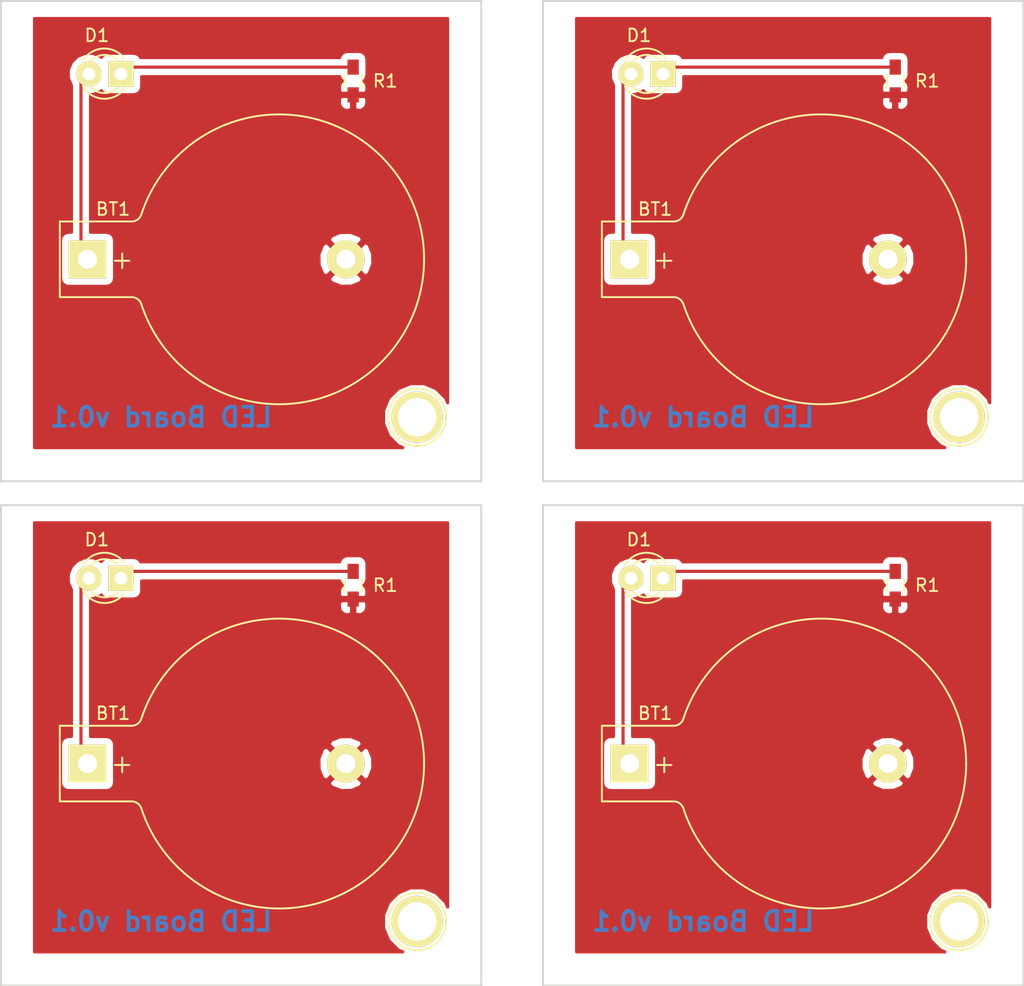
<source format=kicad_pcb>
(kicad_pcb (version 20160815) (host pcbnew no-vcs-found-undefined)

  (general
    (links 3)
    (no_connects 0)
    (area 121.844999 68.504999 160.095001 106.755001)
    (thickness 1.6)
    (drawings 5)
    (tracks 11)
    (zones 0)
    (modules 4)
    (nets 4)
  )

  (page A4)
  (title_block
    (title "LED Board")
    (rev 0.1)
    (company "Amitesh Singh")
  )

  (layers
    (0 F.Cu signal)
    (31 B.Cu signal)
    (32 B.Adhes user)
    (33 F.Adhes user)
    (34 B.Paste user)
    (35 F.Paste user)
    (36 B.SilkS user)
    (37 F.SilkS user)
    (38 B.Mask user)
    (39 F.Mask user)
    (40 Dwgs.User user)
    (41 Cmts.User user)
    (42 Eco1.User user)
    (43 Eco2.User user)
    (44 Edge.Cuts user)
    (45 Margin user)
    (46 B.CrtYd user)
    (47 F.CrtYd user)
    (48 B.Fab user)
    (49 F.Fab user)
  )

  (setup
    (last_trace_width 0.25)
    (trace_clearance 0.2)
    (zone_clearance 0.508)
    (zone_45_only no)
    (trace_min 0.2)
    (segment_width 0.2)
    (edge_width 0.15)
    (via_size 0.8)
    (via_drill 0.4)
    (via_min_size 0.4)
    (via_min_drill 0.3)
    (uvia_size 0.3)
    (uvia_drill 0.1)
    (uvias_allowed no)
    (uvia_min_size 0.2)
    (uvia_min_drill 0.1)
    (pcb_text_width 0.3)
    (pcb_text_size 1.5 1.5)
    (mod_edge_width 0.15)
    (mod_text_size 1 1)
    (mod_text_width 0.15)
    (pad_size 1.524 1.524)
    (pad_drill 0.762)
    (pad_to_mask_clearance 0.2)
    (aux_axis_origin 0 0)
    (visible_elements FFFFFF7F)
    (pcbplotparams
      (layerselection 0x010f0_ffffffff)
      (usegerberextensions false)
      (excludeedgelayer true)
      (linewidth 0.1)
      (plotframeref false)
      (viasonmask false)
      (mode 1)
      (useauxorigin false)
      (hpglpennumber 1)
      (hpglpenspeed 20)
      (hpglpendiameter 15)
      (psnegative false)
      (psa4output false)
      (plotreference true)
      (plotvalue true)
      (plotinvisibletext false)
      (padsonsilk false)
      (subtractmaskfromsilk false)
      (outputformat 1)
      (mirror false)
      (drillshape 0)
      (scaleselection 1)
      (outputdirectory "")
    )
  )

  (net 0 "")
  (net 1 GND)
  (net 2 +5V)
  (net 3 "Net-(D1-Pad1)")
  (net 4 C0_GND)
  (net 5 C0_+5V)
  (net 6 "C0_Net-(D1-Pad1)")
  (net 7 C1_GND)
  (net 8 C1_+5V)
  (net 9 "C1_Net-(D1-Pad1)")
  (net 10 C2_GND)
  (net 11 C2_+5V)
  (net 12 "C2_Net-(D1-Pad1)")

  (net_class Default "This is the default net class."
    (clearance 0.2)
    (trace_width 0.25)
    (via_dia 0.8)
    (via_drill 0.4)
    (uvia_dia 0.3)
    (uvia_drill 0.1)
    (diff_pair_gap 0.25)
    (diff_pair_width 0.2)
    (add_net +5V)
    (add_net GND)
    (add_net "Net-(D1-Pad1)")
  )

  (module Battery_Holders:Keystone_103_1x20mm-CoinCell (layer F.Cu) (tedit 580C5633) (tstamp 580C3E5A)
    (at 128.790001 89.075074 0)
    (descr http://www.keyelco.com/product-pdf.cfm?p=719)
    (tags "Keystone type 103 battery holder")
    (path /580C3E47)
    (fp_text reference BT1 (at 2.019999 -3.985074 0) (layer F.SilkS)
      (effects (font (size 1 1) (thickness 0.15)))
    )
    (fp_text value Battery (at 15 13 0) (layer F.Fab)
      (effects (font (size 1 1) (thickness 0.15)))
    )
    (fp_text user + (at 2.75 0 0) (layer F.SilkS)
      (effects (font (size 1.5 1.5) (thickness 0.15)))
    )
    (fp_arc (start -1.7 -2.5) (end -2.1 -2.5) (angle 90) (layer F.Fab) (width 0.15))
    (fp_arc (start -1.7 2.5) (end -2.1 2.5) (angle -90) (layer F.Fab) (width 0.15))
    (fp_line (start 0 -1.3) (end 0 1.3) (layer F.Fab) (width 0.15))
    (fp_arc (start 16.2 0) (end 16.2 -1.3) (angle 180) (layer F.Fab) (width 0.15))
    (fp_arc (start 3.5 -3.8) (end 3.5 -2.9) (angle -70) (layer F.Fab) (width 0.15))
    (fp_line (start 16.2 -1.3) (end 0 -1.3) (layer F.Fab) (width 0.15))
    (fp_line (start 0 1.3) (end 16.2 1.3) (layer F.Fab) (width 0.15))
    (fp_line (start -2.1 -2.5) (end -2.1 2.5) (layer F.Fab) (width 0.15))
    (fp_line (start -1.7 2.9) (end 3.5306 2.9) (layer F.Fab) (width 0.15))
    (fp_line (start 3.5306 -2.9) (end -1.7 -2.9) (layer F.Fab) (width 0.15))
    (fp_arc (start 15.2 0) (end 5.2 -1.3) (angle 180) (layer F.Fab) (width 0.15))
    (fp_arc (start 15.2 0) (end 9 -1.3) (angle 170) (layer F.Fab) (width 0.15))
    (fp_arc (start 15.2 0) (end 13.3 -1.3) (angle 150) (layer F.Fab) (width 0.15))
    (fp_line (start 23.5712 -7.7216) (end 22.6314 -6.858) (layer F.Fab) (width 0.15))
    (fp_line (start 23.5712 7.7216) (end 22.6568 6.8834) (layer F.Fab) (width 0.15))
    (fp_arc (start 15.2 0) (end 13.3 1.3) (angle -150) (layer F.Fab) (width 0.15))
    (fp_arc (start 15.2 0) (end 9 1.3) (angle -170) (layer F.Fab) (width 0.15))
    (fp_line (start -2.2 3) (end 3.5 3) (layer F.SilkS) (width 0.15))
    (fp_line (start -2.2 3) (end -2.2 -3) (layer F.SilkS) (width 0.15))
    (fp_line (start -2.2 -3) (end 3.5 -3) (layer F.SilkS) (width 0.15))
    (fp_line (start -2.45 3.25) (end -2.45 -3.25) (layer F.CrtYd) (width 0.05))
    (fp_line (start -2.45 3.25) (end 3.5 3.25) (layer F.CrtYd) (width 0.05))
    (fp_line (start -2.45 -3.25) (end 3.5 -3.25) (layer F.CrtYd) (width 0.05))
    (fp_arc (start 15.2 0) (end 5.2 1.3) (angle -180) (layer F.Fab) (width 0.15))
    (fp_arc (start 15.2 0) (end 4.35 -3.5) (angle 162.5) (layer F.Fab) (width 0.15))
    (fp_arc (start 15.2 0) (end 4.35 3.5) (angle -162.5) (layer F.Fab) (width 0.15))
    (fp_arc (start 3.5 3.8) (end 3.5 2.9) (angle 70) (layer F.Fab) (width 0.15))
    (fp_arc (start 3.5 -3.8) (end 3.5 -3) (angle -70) (layer F.SilkS) (width 0.15))
    (fp_arc (start 15.2 0) (end 4.25 -3.5) (angle 162.5) (layer F.SilkS) (width 0.15))
    (fp_arc (start 3.5 3.8) (end 3.5 3) (angle 70) (layer F.SilkS) (width 0.15))
    (fp_arc (start 15.2 0) (end 4.25 3.5) (angle -162.5) (layer F.SilkS) (width 0.15))
    (fp_arc (start 3.5 -3.8) (end 3.5 -3.25) (angle -70) (layer F.CrtYd) (width 0.05))
    (fp_arc (start 3.5 3.8) (end 3.5 3.25) (angle 70) (layer F.CrtYd) (width 0.05))
    (fp_arc (start 15.2 0) (end 4.015 -3.6) (angle 162.5) (layer F.CrtYd) (width 0.05))
    (fp_arc (start 15.2 0) (end 4.015 3.6) (angle -162.5) (layer F.CrtYd) (width 0.05))
    (pad 2 thru_hole circle (at 20.49 0 0) (size 3 3) (drill 1.5) (layers *.Cu *.Mask F.SilkS)
      (net 1 GND))
    (pad 1 thru_hole rect (at 0 0 0) (size 3 3) (drill 1.5) (layers *.Cu *.Mask F.SilkS)
      (net 2 +5V))
  )

  (module LEDs:LED-3MM (layer F.Cu) (tedit 580C5621) (tstamp 580C3CB1)
    (at 131.44 74.375 180)
    (descr "LED 3mm round vertical")
    (tags "LED  3mm round vertical")
    (path /580C3B94)
    (fp_text reference D1 (at 1.91 3.06 180) (layer F.SilkS)
      (effects (font (size 1 1) (thickness 0.15)))
    )
    (fp_text value LED (at 1.3 -2.9 180) (layer F.Fab)
      (effects (font (size 1 1) (thickness 0.15)))
    )
    (fp_arc (start 1.301 0.034) (end 2.335 1.094) (angle 87.5) (layer F.SilkS) (width 0.15))
    (fp_arc (start 1.311 0.034) (end 3.051 0.994) (angle 110) (layer F.SilkS) (width 0.15))
    (fp_arc (start 1.301 0.034) (end 0.25 -1.1) (angle 85.7) (layer F.SilkS) (width 0.15))
    (fp_arc (start 1.301 0.034) (end -0.199 -1.286) (angle 108.5) (layer F.SilkS) (width 0.15))
    (fp_line (start -0.199 -1.28) (end -0.199 -1.1) (layer F.SilkS) (width 0.15))
    (fp_line (start -0.199 1.314) (end -0.199 1.114) (layer F.SilkS) (width 0.15))
    (fp_line (start -1.2 -2.2) (end -1.2 2.3) (layer F.CrtYd) (width 0.05))
    (fp_line (start 3.8 -2.2) (end -1.2 -2.2) (layer F.CrtYd) (width 0.05))
    (fp_line (start 3.8 2.3) (end 3.8 -2.2) (layer F.CrtYd) (width 0.05))
    (fp_line (start -1.2 2.3) (end 3.8 2.3) (layer F.CrtYd) (width 0.05))
    (pad 1 thru_hole rect (at 0 0 270) (size 2 2) (drill 1.00076) (layers *.Cu *.Mask F.SilkS)
      (net 3 "Net-(D1-Pad1)"))
    (pad 2 thru_hole circle (at 2.54 0 180) (size 2 2) (drill 1.00076) (layers *.Cu *.Mask F.SilkS)
      (net 2 +5V))
  )

  (module Resistors_SMD:R_0603_HandSoldering (layer F.Cu) (tedit 580C55FA) (tstamp 580C3CB7)
    (at 149.86 74.93 90)
    (descr "Resistor SMD 0603, hand soldering")
    (tags "resistor 0603")
    (path /580C3CCC)
    (fp_text reference R1 (at 0 2.54 180) (layer F.SilkS)
      (effects (font (size 1 1) (thickness 0.15)))
    )
    (fp_text value 100 (at 2.54 0 180) (layer F.Fab)
      (effects (font (size 1 1) (thickness 0.15)))
    )
    (fp_line (start -0.5 -0.675) (end 0.5 -0.675) (layer F.SilkS) (width 0.15))
    (fp_line (start 0.5 0.675) (end -0.5 0.675) (layer F.SilkS) (width 0.15))
    (fp_line (start 2 -0.8) (end 2 0.8) (layer F.CrtYd) (width 0.05))
    (fp_line (start -2 -0.8) (end -2 0.8) (layer F.CrtYd) (width 0.05))
    (fp_line (start -2 0.8) (end 2 0.8) (layer F.CrtYd) (width 0.05))
    (fp_line (start -2 -0.8) (end 2 -0.8) (layer F.CrtYd) (width 0.05))
    (pad 1 smd rect (at -1.1 0 90) (size 1.2 0.9) (layers F.Cu F.Paste F.Mask)
      (net 1 GND))
    (pad 2 smd rect (at 1.1 0 90) (size 1.2 0.9) (layers F.Cu F.Paste F.Mask)
      (net 3 "Net-(D1-Pad1)"))
  )

  (module Connectors:1pin (layer F.Cu) (tedit 580C6B57) (tstamp 580FB19B)
    (at 154.94 101.6 0)
    (descr "module 1 pin (ou trou mecanique de percage)")
    (tags DEV)
    (fp_text reference REF** (at 0 -3.048 0) (layer F.SilkS) hide
      (effects (font (size 1 1) (thickness 0.15)))
    )
    (fp_text value 1pin (at 0 2.794 0) (layer F.Fab) hide
      (effects (font (size 1 1) (thickness 0.15)))
    )
    (fp_circle (center 0 0) (end 0 -2.286) (layer F.SilkS) (width 0.15))
    (pad 1 thru_hole circle (at 0 0 0) (size 4.064 4.064) (drill 3.048) (layers *.Cu *.Mask F.SilkS))
  )

  (module Battery_Holders:Keystone_103_1x20mm-CoinCell (layer F.Cu) (tedit 580C5633) (tstamp 580C3E5A)
    (at 171.790001 89.075074 0)
    (descr http://www.keyelco.com/product-pdf.cfm?p=719)
    (tags "Keystone type 103 battery holder")
    (path /580C3E47)
    (fp_text reference BT1 (at 2.019999 -3.985074 0) (layer F.SilkS)
      (effects (font (size 1 1) (thickness 0.15)))
    )
    (fp_text value Battery (at 15 13 0) (layer F.Fab)
      (effects (font (size 1 1) (thickness 0.15)))
    )
    (fp_text user + (at 2.75 0 0) (layer F.SilkS)
      (effects (font (size 1.5 1.5) (thickness 0.15)))
    )
    (fp_arc (start -1.7 -2.5) (end -2.1 -2.5) (angle 90) (layer F.Fab) (width 0.15))
    (fp_arc (start -1.7 2.5) (end -2.1 2.5) (angle -90) (layer F.Fab) (width 0.15))
    (fp_line (start 0 -1.3) (end 0 1.3) (layer F.Fab) (width 0.15))
    (fp_arc (start 16.2 0) (end 16.2 -1.3) (angle 180) (layer F.Fab) (width 0.15))
    (fp_arc (start 3.5 -3.8) (end 3.5 -2.9) (angle -70) (layer F.Fab) (width 0.15))
    (fp_line (start 16.2 -1.3) (end 0 -1.3) (layer F.Fab) (width 0.15))
    (fp_line (start 0 1.3) (end 16.2 1.3) (layer F.Fab) (width 0.15))
    (fp_line (start -2.1 -2.5) (end -2.1 2.5) (layer F.Fab) (width 0.15))
    (fp_line (start -1.7 2.9) (end 3.5306 2.9) (layer F.Fab) (width 0.15))
    (fp_line (start 3.5306 -2.9) (end -1.7 -2.9) (layer F.Fab) (width 0.15))
    (fp_arc (start 15.2 0) (end 5.2 -1.3) (angle 180) (layer F.Fab) (width 0.15))
    (fp_arc (start 15.2 0) (end 9 -1.3) (angle 170) (layer F.Fab) (width 0.15))
    (fp_arc (start 15.2 0) (end 13.3 -1.3) (angle 150) (layer F.Fab) (width 0.15))
    (fp_line (start 23.5712 -7.7216) (end 22.6314 -6.858) (layer F.Fab) (width 0.15))
    (fp_line (start 23.5712 7.7216) (end 22.6568 6.8834) (layer F.Fab) (width 0.15))
    (fp_arc (start 15.2 0) (end 13.3 1.3) (angle -150) (layer F.Fab) (width 0.15))
    (fp_arc (start 15.2 0) (end 9 1.3) (angle -170) (layer F.Fab) (width 0.15))
    (fp_line (start -2.2 3) (end 3.5 3) (layer F.SilkS) (width 0.15))
    (fp_line (start -2.2 3) (end -2.2 -3) (layer F.SilkS) (width 0.15))
    (fp_line (start -2.2 -3) (end 3.5 -3) (layer F.SilkS) (width 0.15))
    (fp_line (start -2.45 3.25) (end -2.45 -3.25) (layer F.CrtYd) (width 0.05))
    (fp_line (start -2.45 3.25) (end 3.5 3.25) (layer F.CrtYd) (width 0.05))
    (fp_line (start -2.45 -3.25) (end 3.5 -3.25) (layer F.CrtYd) (width 0.05))
    (fp_arc (start 15.2 0) (end 5.2 1.3) (angle -180) (layer F.Fab) (width 0.15))
    (fp_arc (start 15.2 0) (end 4.35 -3.5) (angle 162.5) (layer F.Fab) (width 0.15))
    (fp_arc (start 15.2 0) (end 4.35 3.5) (angle -162.5) (layer F.Fab) (width 0.15))
    (fp_arc (start 3.5 3.8) (end 3.5 2.9) (angle 70) (layer F.Fab) (width 0.15))
    (fp_arc (start 3.5 -3.8) (end 3.5 -3) (angle -70) (layer F.SilkS) (width 0.15))
    (fp_arc (start 15.2 0) (end 4.25 -3.5) (angle 162.5) (layer F.SilkS) (width 0.15))
    (fp_arc (start 3.5 3.8) (end 3.5 3) (angle 70) (layer F.SilkS) (width 0.15))
    (fp_arc (start 15.2 0) (end 4.25 3.5) (angle -162.5) (layer F.SilkS) (width 0.15))
    (fp_arc (start 3.5 -3.8) (end 3.5 -3.25) (angle -70) (layer F.CrtYd) (width 0.05))
    (fp_arc (start 3.5 3.8) (end 3.5 3.25) (angle 70) (layer F.CrtYd) (width 0.05))
    (fp_arc (start 15.2 0) (end 4.015 -3.6) (angle 162.5) (layer F.CrtYd) (width 0.05))
    (fp_arc (start 15.2 0) (end 4.015 3.6) (angle -162.5) (layer F.CrtYd) (width 0.05))
    (pad 2 thru_hole circle (at 20.49 0 0) (size 3 3) (drill 1.5) (layers *.Cu *.Mask F.SilkS)
      (net 4 C0_GND))
    (pad 1 thru_hole rect (at 0 0 0) (size 3 3) (drill 1.5) (layers *.Cu *.Mask F.SilkS)
      (net 5 C0_+5V))
  )

  (module LEDs:LED-3MM (layer F.Cu) (tedit 580C5621) (tstamp 580C3CB1)
    (at 174.44 74.375 180)
    (descr "LED 3mm round vertical")
    (tags "LED  3mm round vertical")
    (path /580C3B94)
    (fp_text reference D1 (at 1.91 3.06 180) (layer F.SilkS)
      (effects (font (size 1 1) (thickness 0.15)))
    )
    (fp_text value LED (at 1.3 -2.9 180) (layer F.Fab)
      (effects (font (size 1 1) (thickness 0.15)))
    )
    (fp_arc (start 1.301 0.034) (end 2.335 1.094) (angle 87.5) (layer F.SilkS) (width 0.15))
    (fp_arc (start 1.311 0.034) (end 3.051 0.994) (angle 110) (layer F.SilkS) (width 0.15))
    (fp_arc (start 1.301 0.034) (end 0.25 -1.1) (angle 85.7) (layer F.SilkS) (width 0.15))
    (fp_arc (start 1.301 0.034) (end -0.199 -1.286) (angle 108.5) (layer F.SilkS) (width 0.15))
    (fp_line (start -0.199 -1.28) (end -0.199 -1.1) (layer F.SilkS) (width 0.15))
    (fp_line (start -0.199 1.314) (end -0.199 1.114) (layer F.SilkS) (width 0.15))
    (fp_line (start -1.2 -2.2) (end -1.2 2.3) (layer F.CrtYd) (width 0.05))
    (fp_line (start 3.8 -2.2) (end -1.2 -2.2) (layer F.CrtYd) (width 0.05))
    (fp_line (start 3.8 2.3) (end 3.8 -2.2) (layer F.CrtYd) (width 0.05))
    (fp_line (start -1.2 2.3) (end 3.8 2.3) (layer F.CrtYd) (width 0.05))
    (pad 1 thru_hole rect (at 0 0 270) (size 2 2) (drill 1.00076) (layers *.Cu *.Mask F.SilkS)
      (net 6 "C0_Net-(D1-Pad1)"))
    (pad 2 thru_hole circle (at 2.54 0 180) (size 2 2) (drill 1.00076) (layers *.Cu *.Mask F.SilkS)
      (net 5 C0_+5V))
  )

  (module Resistors_SMD:R_0603_HandSoldering (layer F.Cu) (tedit 580C55FA) (tstamp 580C3CB7)
    (at 192.86 74.93 90)
    (descr "Resistor SMD 0603, hand soldering")
    (tags "resistor 0603")
    (path /580C3CCC)
    (fp_text reference R1 (at 0 2.54 180) (layer F.SilkS)
      (effects (font (size 1 1) (thickness 0.15)))
    )
    (fp_text value 100 (at 2.54 0 180) (layer F.Fab)
      (effects (font (size 1 1) (thickness 0.15)))
    )
    (fp_line (start -0.5 -0.675) (end 0.5 -0.675) (layer F.SilkS) (width 0.15))
    (fp_line (start 0.5 0.675) (end -0.5 0.675) (layer F.SilkS) (width 0.15))
    (fp_line (start 2 -0.8) (end 2 0.8) (layer F.CrtYd) (width 0.05))
    (fp_line (start -2 -0.8) (end -2 0.8) (layer F.CrtYd) (width 0.05))
    (fp_line (start -2 0.8) (end 2 0.8) (layer F.CrtYd) (width 0.05))
    (fp_line (start -2 -0.8) (end 2 -0.8) (layer F.CrtYd) (width 0.05))
    (pad 1 smd rect (at -1.1 0 90) (size 1.2 0.9) (layers F.Cu F.Paste F.Mask)
      (net 4 C0_GND))
    (pad 2 smd rect (at 1.1 0 90) (size 1.2 0.9) (layers F.Cu F.Paste F.Mask)
      (net 6 "C0_Net-(D1-Pad1)"))
  )

  (module Connectors:1pin (layer F.Cu) (tedit 580C6B57) (tstamp 580FB19B)
    (at 197.94 101.6 0)
    (descr "module 1 pin (ou trou mecanique de percage)")
    (tags DEV)
    (fp_text reference REF** (at 0 -3.048 0) (layer F.SilkS) hide
      (effects (font (size 1 1) (thickness 0.15)))
    )
    (fp_text value 1pin (at 0 2.794 0) (layer F.Fab) hide
      (effects (font (size 1 1) (thickness 0.15)))
    )
    (fp_circle (center 0 0) (end 0 -2.286) (layer F.SilkS) (width 0.15))
    (pad 1 thru_hole circle (at 0 0 0) (size 4.064 4.064) (drill 3.048) (layers *.Cu *.Mask F.SilkS))
  )

  (module Battery_Holders:Keystone_103_1x20mm-CoinCell (layer F.Cu) (tedit 580C5633) (tstamp 580C3E5A)
    (at 171.790001 129.075074 0)
    (descr http://www.keyelco.com/product-pdf.cfm?p=719)
    (tags "Keystone type 103 battery holder")
    (path /580C3E47)
    (fp_text reference BT1 (at 2.019999 -3.985074 0) (layer F.SilkS)
      (effects (font (size 1 1) (thickness 0.15)))
    )
    (fp_text value Battery (at 15 13 0) (layer F.Fab)
      (effects (font (size 1 1) (thickness 0.15)))
    )
    (fp_text user + (at 2.75 0 0) (layer F.SilkS)
      (effects (font (size 1.5 1.5) (thickness 0.15)))
    )
    (fp_arc (start -1.7 -2.5) (end -2.1 -2.5) (angle 90) (layer F.Fab) (width 0.15))
    (fp_arc (start -1.7 2.5) (end -2.1 2.5) (angle -90) (layer F.Fab) (width 0.15))
    (fp_line (start 0 -1.3) (end 0 1.3) (layer F.Fab) (width 0.15))
    (fp_arc (start 16.2 0) (end 16.2 -1.3) (angle 180) (layer F.Fab) (width 0.15))
    (fp_arc (start 3.5 -3.8) (end 3.5 -2.9) (angle -70) (layer F.Fab) (width 0.15))
    (fp_line (start 16.2 -1.3) (end 0 -1.3) (layer F.Fab) (width 0.15))
    (fp_line (start 0 1.3) (end 16.2 1.3) (layer F.Fab) (width 0.15))
    (fp_line (start -2.1 -2.5) (end -2.1 2.5) (layer F.Fab) (width 0.15))
    (fp_line (start -1.7 2.9) (end 3.5306 2.9) (layer F.Fab) (width 0.15))
    (fp_line (start 3.5306 -2.9) (end -1.7 -2.9) (layer F.Fab) (width 0.15))
    (fp_arc (start 15.2 0) (end 5.2 -1.3) (angle 180) (layer F.Fab) (width 0.15))
    (fp_arc (start 15.2 0) (end 9 -1.3) (angle 170) (layer F.Fab) (width 0.15))
    (fp_arc (start 15.2 0) (end 13.3 -1.3) (angle 150) (layer F.Fab) (width 0.15))
    (fp_line (start 23.5712 -7.7216) (end 22.6314 -6.858) (layer F.Fab) (width 0.15))
    (fp_line (start 23.5712 7.7216) (end 22.6568 6.8834) (layer F.Fab) (width 0.15))
    (fp_arc (start 15.2 0) (end 13.3 1.3) (angle -150) (layer F.Fab) (width 0.15))
    (fp_arc (start 15.2 0) (end 9 1.3) (angle -170) (layer F.Fab) (width 0.15))
    (fp_line (start -2.2 3) (end 3.5 3) (layer F.SilkS) (width 0.15))
    (fp_line (start -2.2 3) (end -2.2 -3) (layer F.SilkS) (width 0.15))
    (fp_line (start -2.2 -3) (end 3.5 -3) (layer F.SilkS) (width 0.15))
    (fp_line (start -2.45 3.25) (end -2.45 -3.25) (layer F.CrtYd) (width 0.05))
    (fp_line (start -2.45 3.25) (end 3.5 3.25) (layer F.CrtYd) (width 0.05))
    (fp_line (start -2.45 -3.25) (end 3.5 -3.25) (layer F.CrtYd) (width 0.05))
    (fp_arc (start 15.2 0) (end 5.2 1.3) (angle -180) (layer F.Fab) (width 0.15))
    (fp_arc (start 15.2 0) (end 4.35 -3.5) (angle 162.5) (layer F.Fab) (width 0.15))
    (fp_arc (start 15.2 0) (end 4.35 3.5) (angle -162.5) (layer F.Fab) (width 0.15))
    (fp_arc (start 3.5 3.8) (end 3.5 2.9) (angle 70) (layer F.Fab) (width 0.15))
    (fp_arc (start 3.5 -3.8) (end 3.5 -3) (angle -70) (layer F.SilkS) (width 0.15))
    (fp_arc (start 15.2 0) (end 4.25 -3.5) (angle 162.5) (layer F.SilkS) (width 0.15))
    (fp_arc (start 3.5 3.8) (end 3.5 3) (angle 70) (layer F.SilkS) (width 0.15))
    (fp_arc (start 15.2 0) (end 4.25 3.5) (angle -162.5) (layer F.SilkS) (width 0.15))
    (fp_arc (start 3.5 -3.8) (end 3.5 -3.25) (angle -70) (layer F.CrtYd) (width 0.05))
    (fp_arc (start 3.5 3.8) (end 3.5 3.25) (angle 70) (layer F.CrtYd) (width 0.05))
    (fp_arc (start 15.2 0) (end 4.015 -3.6) (angle 162.5) (layer F.CrtYd) (width 0.05))
    (fp_arc (start 15.2 0) (end 4.015 3.6) (angle -162.5) (layer F.CrtYd) (width 0.05))
    (pad 2 thru_hole circle (at 20.49 0 0) (size 3 3) (drill 1.5) (layers *.Cu *.Mask F.SilkS)
      (net 7 C1_GND))
    (pad 1 thru_hole rect (at 0 0 0) (size 3 3) (drill 1.5) (layers *.Cu *.Mask F.SilkS)
      (net 8 C1_+5V))
  )

  (module LEDs:LED-3MM (layer F.Cu) (tedit 580C5621) (tstamp 580C3CB1)
    (at 174.44 114.375 180)
    (descr "LED 3mm round vertical")
    (tags "LED  3mm round vertical")
    (path /580C3B94)
    (fp_text reference D1 (at 1.91 3.06 180) (layer F.SilkS)
      (effects (font (size 1 1) (thickness 0.15)))
    )
    (fp_text value LED (at 1.3 -2.9 180) (layer F.Fab)
      (effects (font (size 1 1) (thickness 0.15)))
    )
    (fp_arc (start 1.301 0.034) (end 2.335 1.094) (angle 87.5) (layer F.SilkS) (width 0.15))
    (fp_arc (start 1.311 0.034) (end 3.051 0.994) (angle 110) (layer F.SilkS) (width 0.15))
    (fp_arc (start 1.301 0.034) (end 0.25 -1.1) (angle 85.7) (layer F.SilkS) (width 0.15))
    (fp_arc (start 1.301 0.034) (end -0.199 -1.286) (angle 108.5) (layer F.SilkS) (width 0.15))
    (fp_line (start -0.199 -1.28) (end -0.199 -1.1) (layer F.SilkS) (width 0.15))
    (fp_line (start -0.199 1.314) (end -0.199 1.114) (layer F.SilkS) (width 0.15))
    (fp_line (start -1.2 -2.2) (end -1.2 2.3) (layer F.CrtYd) (width 0.05))
    (fp_line (start 3.8 -2.2) (end -1.2 -2.2) (layer F.CrtYd) (width 0.05))
    (fp_line (start 3.8 2.3) (end 3.8 -2.2) (layer F.CrtYd) (width 0.05))
    (fp_line (start -1.2 2.3) (end 3.8 2.3) (layer F.CrtYd) (width 0.05))
    (pad 1 thru_hole rect (at 0 0 270) (size 2 2) (drill 1.00076) (layers *.Cu *.Mask F.SilkS)
      (net 9 "C1_Net-(D1-Pad1)"))
    (pad 2 thru_hole circle (at 2.54 0 180) (size 2 2) (drill 1.00076) (layers *.Cu *.Mask F.SilkS)
      (net 8 C1_+5V))
  )

  (module Resistors_SMD:R_0603_HandSoldering (layer F.Cu) (tedit 580C55FA) (tstamp 580C3CB7)
    (at 192.86 114.93 90)
    (descr "Resistor SMD 0603, hand soldering")
    (tags "resistor 0603")
    (path /580C3CCC)
    (fp_text reference R1 (at 0 2.54 180) (layer F.SilkS)
      (effects (font (size 1 1) (thickness 0.15)))
    )
    (fp_text value 100 (at 2.54 0 180) (layer F.Fab)
      (effects (font (size 1 1) (thickness 0.15)))
    )
    (fp_line (start -0.5 -0.675) (end 0.5 -0.675) (layer F.SilkS) (width 0.15))
    (fp_line (start 0.5 0.675) (end -0.5 0.675) (layer F.SilkS) (width 0.15))
    (fp_line (start 2 -0.8) (end 2 0.8) (layer F.CrtYd) (width 0.05))
    (fp_line (start -2 -0.8) (end -2 0.8) (layer F.CrtYd) (width 0.05))
    (fp_line (start -2 0.8) (end 2 0.8) (layer F.CrtYd) (width 0.05))
    (fp_line (start -2 -0.8) (end 2 -0.8) (layer F.CrtYd) (width 0.05))
    (pad 1 smd rect (at -1.1 0 90) (size 1.2 0.9) (layers F.Cu F.Paste F.Mask)
      (net 7 C1_GND))
    (pad 2 smd rect (at 1.1 0 90) (size 1.2 0.9) (layers F.Cu F.Paste F.Mask)
      (net 9 "C1_Net-(D1-Pad1)"))
  )

  (module Connectors:1pin (layer F.Cu) (tedit 580C6B57) (tstamp 580FB19B)
    (at 197.94 141.6 0)
    (descr "module 1 pin (ou trou mecanique de percage)")
    (tags DEV)
    (fp_text reference REF** (at 0 -3.048 0) (layer F.SilkS) hide
      (effects (font (size 1 1) (thickness 0.15)))
    )
    (fp_text value 1pin (at 0 2.794 0) (layer F.Fab) hide
      (effects (font (size 1 1) (thickness 0.15)))
    )
    (fp_circle (center 0 0) (end 0 -2.286) (layer F.SilkS) (width 0.15))
    (pad 1 thru_hole circle (at 0 0 0) (size 4.064 4.064) (drill 3.048) (layers *.Cu *.Mask F.SilkS))
  )

  (module Battery_Holders:Keystone_103_1x20mm-CoinCell (layer F.Cu) (tedit 580C5633) (tstamp 580C3E5A)
    (at 128.790001 129.075074 0)
    (descr http://www.keyelco.com/product-pdf.cfm?p=719)
    (tags "Keystone type 103 battery holder")
    (path /580C3E47)
    (fp_text reference BT1 (at 2.019999 -3.985074 0) (layer F.SilkS)
      (effects (font (size 1 1) (thickness 0.15)))
    )
    (fp_text value Battery (at 15 13 0) (layer F.Fab)
      (effects (font (size 1 1) (thickness 0.15)))
    )
    (fp_text user + (at 2.75 0 0) (layer F.SilkS)
      (effects (font (size 1.5 1.5) (thickness 0.15)))
    )
    (fp_arc (start -1.7 -2.5) (end -2.1 -2.5) (angle 90) (layer F.Fab) (width 0.15))
    (fp_arc (start -1.7 2.5) (end -2.1 2.5) (angle -90) (layer F.Fab) (width 0.15))
    (fp_line (start 0 -1.3) (end 0 1.3) (layer F.Fab) (width 0.15))
    (fp_arc (start 16.2 0) (end 16.2 -1.3) (angle 180) (layer F.Fab) (width 0.15))
    (fp_arc (start 3.5 -3.8) (end 3.5 -2.9) (angle -70) (layer F.Fab) (width 0.15))
    (fp_line (start 16.2 -1.3) (end 0 -1.3) (layer F.Fab) (width 0.15))
    (fp_line (start 0 1.3) (end 16.2 1.3) (layer F.Fab) (width 0.15))
    (fp_line (start -2.1 -2.5) (end -2.1 2.5) (layer F.Fab) (width 0.15))
    (fp_line (start -1.7 2.9) (end 3.5306 2.9) (layer F.Fab) (width 0.15))
    (fp_line (start 3.5306 -2.9) (end -1.7 -2.9) (layer F.Fab) (width 0.15))
    (fp_arc (start 15.2 0) (end 5.2 -1.3) (angle 180) (layer F.Fab) (width 0.15))
    (fp_arc (start 15.2 0) (end 9 -1.3) (angle 170) (layer F.Fab) (width 0.15))
    (fp_arc (start 15.2 0) (end 13.3 -1.3) (angle 150) (layer F.Fab) (width 0.15))
    (fp_line (start 23.5712 -7.7216) (end 22.6314 -6.858) (layer F.Fab) (width 0.15))
    (fp_line (start 23.5712 7.7216) (end 22.6568 6.8834) (layer F.Fab) (width 0.15))
    (fp_arc (start 15.2 0) (end 13.3 1.3) (angle -150) (layer F.Fab) (width 0.15))
    (fp_arc (start 15.2 0) (end 9 1.3) (angle -170) (layer F.Fab) (width 0.15))
    (fp_line (start -2.2 3) (end 3.5 3) (layer F.SilkS) (width 0.15))
    (fp_line (start -2.2 3) (end -2.2 -3) (layer F.SilkS) (width 0.15))
    (fp_line (start -2.2 -3) (end 3.5 -3) (layer F.SilkS) (width 0.15))
    (fp_line (start -2.45 3.25) (end -2.45 -3.25) (layer F.CrtYd) (width 0.05))
    (fp_line (start -2.45 3.25) (end 3.5 3.25) (layer F.CrtYd) (width 0.05))
    (fp_line (start -2.45 -3.25) (end 3.5 -3.25) (layer F.CrtYd) (width 0.05))
    (fp_arc (start 15.2 0) (end 5.2 1.3) (angle -180) (layer F.Fab) (width 0.15))
    (fp_arc (start 15.2 0) (end 4.35 -3.5) (angle 162.5) (layer F.Fab) (width 0.15))
    (fp_arc (start 15.2 0) (end 4.35 3.5) (angle -162.5) (layer F.Fab) (width 0.15))
    (fp_arc (start 3.5 3.8) (end 3.5 2.9) (angle 70) (layer F.Fab) (width 0.15))
    (fp_arc (start 3.5 -3.8) (end 3.5 -3) (angle -70) (layer F.SilkS) (width 0.15))
    (fp_arc (start 15.2 0) (end 4.25 -3.5) (angle 162.5) (layer F.SilkS) (width 0.15))
    (fp_arc (start 3.5 3.8) (end 3.5 3) (angle 70) (layer F.SilkS) (width 0.15))
    (fp_arc (start 15.2 0) (end 4.25 3.5) (angle -162.5) (layer F.SilkS) (width 0.15))
    (fp_arc (start 3.5 -3.8) (end 3.5 -3.25) (angle -70) (layer F.CrtYd) (width 0.05))
    (fp_arc (start 3.5 3.8) (end 3.5 3.25) (angle 70) (layer F.CrtYd) (width 0.05))
    (fp_arc (start 15.2 0) (end 4.015 -3.6) (angle 162.5) (layer F.CrtYd) (width 0.05))
    (fp_arc (start 15.2 0) (end 4.015 3.6) (angle -162.5) (layer F.CrtYd) (width 0.05))
    (pad 2 thru_hole circle (at 20.49 0 0) (size 3 3) (drill 1.5) (layers *.Cu *.Mask F.SilkS)
      (net 10 C2_GND))
    (pad 1 thru_hole rect (at 0 0 0) (size 3 3) (drill 1.5) (layers *.Cu *.Mask F.SilkS)
      (net 11 C2_+5V))
  )

  (module LEDs:LED-3MM (layer F.Cu) (tedit 580C5621) (tstamp 580C3CB1)
    (at 131.44 114.375 180)
    (descr "LED 3mm round vertical")
    (tags "LED  3mm round vertical")
    (path /580C3B94)
    (fp_text reference D1 (at 1.91 3.06 180) (layer F.SilkS)
      (effects (font (size 1 1) (thickness 0.15)))
    )
    (fp_text value LED (at 1.3 -2.9 180) (layer F.Fab)
      (effects (font (size 1 1) (thickness 0.15)))
    )
    (fp_arc (start 1.301 0.034) (end 2.335 1.094) (angle 87.5) (layer F.SilkS) (width 0.15))
    (fp_arc (start 1.311 0.034) (end 3.051 0.994) (angle 110) (layer F.SilkS) (width 0.15))
    (fp_arc (start 1.301 0.034) (end 0.25 -1.1) (angle 85.7) (layer F.SilkS) (width 0.15))
    (fp_arc (start 1.301 0.034) (end -0.199 -1.286) (angle 108.5) (layer F.SilkS) (width 0.15))
    (fp_line (start -0.199 -1.28) (end -0.199 -1.1) (layer F.SilkS) (width 0.15))
    (fp_line (start -0.199 1.314) (end -0.199 1.114) (layer F.SilkS) (width 0.15))
    (fp_line (start -1.2 -2.2) (end -1.2 2.3) (layer F.CrtYd) (width 0.05))
    (fp_line (start 3.8 -2.2) (end -1.2 -2.2) (layer F.CrtYd) (width 0.05))
    (fp_line (start 3.8 2.3) (end 3.8 -2.2) (layer F.CrtYd) (width 0.05))
    (fp_line (start -1.2 2.3) (end 3.8 2.3) (layer F.CrtYd) (width 0.05))
    (pad 1 thru_hole rect (at 0 0 270) (size 2 2) (drill 1.00076) (layers *.Cu *.Mask F.SilkS)
      (net 12 "C2_Net-(D1-Pad1)"))
    (pad 2 thru_hole circle (at 2.54 0 180) (size 2 2) (drill 1.00076) (layers *.Cu *.Mask F.SilkS)
      (net 11 C2_+5V))
  )

  (module Resistors_SMD:R_0603_HandSoldering (layer F.Cu) (tedit 580C55FA) (tstamp 580C3CB7)
    (at 149.86 114.93 90)
    (descr "Resistor SMD 0603, hand soldering")
    (tags "resistor 0603")
    (path /580C3CCC)
    (fp_text reference R1 (at 0 2.54 180) (layer F.SilkS)
      (effects (font (size 1 1) (thickness 0.15)))
    )
    (fp_text value 100 (at 2.54 0 180) (layer F.Fab)
      (effects (font (size 1 1) (thickness 0.15)))
    )
    (fp_line (start -0.5 -0.675) (end 0.5 -0.675) (layer F.SilkS) (width 0.15))
    (fp_line (start 0.5 0.675) (end -0.5 0.675) (layer F.SilkS) (width 0.15))
    (fp_line (start 2 -0.8) (end 2 0.8) (layer F.CrtYd) (width 0.05))
    (fp_line (start -2 -0.8) (end -2 0.8) (layer F.CrtYd) (width 0.05))
    (fp_line (start -2 0.8) (end 2 0.8) (layer F.CrtYd) (width 0.05))
    (fp_line (start -2 -0.8) (end 2 -0.8) (layer F.CrtYd) (width 0.05))
    (pad 1 smd rect (at -1.1 0 90) (size 1.2 0.9) (layers F.Cu F.Paste F.Mask)
      (net 10 C2_GND))
    (pad 2 smd rect (at 1.1 0 90) (size 1.2 0.9) (layers F.Cu F.Paste F.Mask)
      (net 12 "C2_Net-(D1-Pad1)"))
  )

  (module Connectors:1pin (layer F.Cu) (tedit 580C6B57) (tstamp 580FB19B)
    (at 154.94 141.6 0)
    (descr "module 1 pin (ou trou mecanique de percage)")
    (tags DEV)
    (fp_text reference REF** (at 0 -3.048 0) (layer F.SilkS) hide
      (effects (font (size 1 1) (thickness 0.15)))
    )
    (fp_text value 1pin (at 0 2.794 0) (layer F.Fab) hide
      (effects (font (size 1 1) (thickness 0.15)))
    )
    (fp_circle (center 0 0) (end 0 -2.286) (layer F.SilkS) (width 0.15))
    (pad 1 thru_hole circle (at 0 0 0) (size 4.064 4.064) (drill 3.048) (layers *.Cu *.Mask F.SilkS))
  )

  (gr_text "LED Board v0.1" (at 134.62 101.6 0) (layer B.Cu)
    (effects (font (size 1.5 1.5) (thickness 0.3)) (justify mirror))
  )
  (gr_line (start 160.02 68.58) (end 121.92 68.58) (angle 90) (layer Edge.Cuts) (width 0.15))
  (gr_line (start 160.02 106.68) (end 160.02 68.58) (angle 90) (layer Edge.Cuts) (width 0.15))
  (gr_line (start 121.92 106.68) (end 160.02 106.68) (angle 90) (layer Edge.Cuts) (width 0.15))
  (gr_line (start 121.92 68.58) (end 121.92 106.68) (angle 90) (layer Edge.Cuts) (width 0.15))
  (gr_text "LED Board v0.1" (at 177.62 101.6 0) (layer B.Cu)
    (effects (font (size 1.5 1.5) (thickness 0.3)) (justify mirror))
  )
  (gr_line (start 203.02 68.58) (end 164.92 68.58) (angle 90) (layer Edge.Cuts) (width 0.15))
  (gr_line (start 203.02 106.68) (end 203.02 68.58) (angle 90) (layer Edge.Cuts) (width 0.15))
  (gr_line (start 164.92 106.68) (end 203.02 106.68) (angle 90) (layer Edge.Cuts) (width 0.15))
  (gr_line (start 164.92 68.58) (end 164.92 106.68) (angle 90) (layer Edge.Cuts) (width 0.15))
  (gr_text "LED Board v0.1" (at 177.62 141.6 0) (layer B.Cu)
    (effects (font (size 1.5 1.5) (thickness 0.3)) (justify mirror))
  )
  (gr_line (start 203.02 108.58) (end 164.92 108.58) (angle 90) (layer Edge.Cuts) (width 0.15))
  (gr_line (start 203.02 146.68) (end 203.02 108.58) (angle 90) (layer Edge.Cuts) (width 0.15))
  (gr_line (start 164.92 146.68) (end 203.02 146.68) (angle 90) (layer Edge.Cuts) (width 0.15))
  (gr_line (start 164.92 108.58) (end 164.92 146.68) (angle 90) (layer Edge.Cuts) (width 0.15))
  (gr_text "LED Board v0.1" (at 134.62 141.6 0) (layer B.Cu)
    (effects (font (size 1.5 1.5) (thickness 0.3)) (justify mirror))
  )
  (gr_line (start 160.02 108.58) (end 121.92 108.58) (angle 90) (layer Edge.Cuts) (width 0.15))
  (gr_line (start 160.02 146.68) (end 160.02 108.58) (angle 90) (layer Edge.Cuts) (width 0.15))
  (gr_line (start 121.92 146.68) (end 160.02 146.68) (angle 90) (layer Edge.Cuts) (width 0.15))
  (gr_line (start 121.92 108.58) (end 121.92 146.68) (angle 90) (layer Edge.Cuts) (width 0.15))

  (segment (start 128.790001 89.075074) (end 128.27 88.9) (width 0.25) (layer F.Cu) (net 2) (status 80000))
  (segment (start 128.27 88.9) (end 128.27 74.93) (width 0.25) (layer F.Cu) (net 2) (status 80000))
  (segment (start 128.27 74.93) (end 128.9 74.375) (width 0.25) (layer F.Cu) (net 2) (tstamp 580C41BF) (status 80000))
  (segment (start 128.27 88.9) (end 128.790001 89.075074) (width 0.25) (layer F.Cu) (net 2) (tstamp 580C3F36) (status 80000))
  (segment (start 128.9 74.375) (end 128.27 74.93) (width 0.25) (layer F.Cu) (net 2) (status 80000))
  (segment (start 149.86 73.83) (end 131.985 73.83) (width 0.25) (layer F.Cu) (net 3))
  (segment (start 131.985 73.83) (end 131.44 74.375) (width 0.25) (layer F.Cu) (net 3) (tstamp 580C60AE))
  (segment (start 149.86 73.66) (end 149.86 73.83) (width 0.25) (layer F.Cu) (net 3) (tstamp 580C41C0) (status 80000))
  (segment (start 149.86 73.66) (end 149.86 73.83) (width 0.25) (layer F.Cu) (net 3) (tstamp 580C402B) (status 80000))
  (segment (start 131.44 74.375) (end 130.81 74.93) (width 0.25) (layer B.Cu) (net 3) (status 80000))
  (segment (start 131.44 74.375) (end 130.81 74.93) (width 0.25) (layer B.Cu) (net 3) (status 80000))
  (segment (start 171.790001 89.075074) (end 171.27 88.9) (width 0.25) (layer F.Cu) (net 5))
  (segment (start 171.27 88.9) (end 171.27 74.93) (width 0.25) (layer F.Cu) (net 5))
  (segment (start 171.27 74.93) (end 171.9 74.375) (width 0.25) (layer F.Cu) (net 5) (tstamp 580C41BF) (tstamp 580C41BF))
  (segment (start 171.27 88.9) (end 171.790001 89.075074) (width 0.25) (layer F.Cu) (net 5) (tstamp 580C3F36) (tstamp 580C3F36))
  (segment (start 171.9 74.375) (end 171.27 74.93) (width 0.25) (layer F.Cu) (net 5))
  (segment (start 192.86 73.83) (end 174.985 73.83) (width 0.25) (layer F.Cu) (net 6))
  (segment (start 174.985 73.83) (end 174.44 74.375) (width 0.25) (layer F.Cu) (net 6) (tstamp 580C60AE) (tstamp 580C60AE))
  (segment (start 192.86 73.66) (end 192.86 73.83) (width 0.25) (layer F.Cu) (net 6) (tstamp 580C41C0) (tstamp 580C41C0))
  (segment (start 192.86 73.66) (end 192.86 73.83) (width 0.25) (layer F.Cu) (net 6) (tstamp 580C402B) (tstamp 580C402B))
  (segment (start 174.44 74.375) (end 173.81 74.93) (width 0.25) (layer B.Cu) (net 6))
  (segment (start 174.44 74.375) (end 173.81 74.93) (width 0.25) (layer B.Cu) (net 6))
  (segment (start 171.790001 129.075074) (end 171.27 128.9) (width 0.25) (layer F.Cu) (net 8))
  (segment (start 171.27 128.9) (end 171.27 114.93) (width 0.25) (layer F.Cu) (net 8))
  (segment (start 171.27 114.93) (end 171.9 114.375) (width 0.25) (layer F.Cu) (net 8) (tstamp 580C41BF) (tstamp 580C41BF))
  (segment (start 171.27 128.9) (end 171.790001 129.075074) (width 0.25) (layer F.Cu) (net 8) (tstamp 580C3F36) (tstamp 580C3F36))
  (segment (start 171.9 114.375) (end 171.27 114.93) (width 0.25) (layer F.Cu) (net 8))
  (segment (start 192.86 113.83) (end 174.985 113.83) (width 0.25) (layer F.Cu) (net 9))
  (segment (start 174.985 113.83) (end 174.44 114.375) (width 0.25) (layer F.Cu) (net 9) (tstamp 580C60AE) (tstamp 580C60AE))
  (segment (start 192.86 113.66) (end 192.86 113.83) (width 0.25) (layer F.Cu) (net 9) (tstamp 580C41C0) (tstamp 580C41C0))
  (segment (start 192.86 113.66) (end 192.86 113.83) (width 0.25) (layer F.Cu) (net 9) (tstamp 580C402B) (tstamp 580C402B))
  (segment (start 174.44 114.375) (end 173.81 114.93) (width 0.25) (layer B.Cu) (net 9))
  (segment (start 174.44 114.375) (end 173.81 114.93) (width 0.25) (layer B.Cu) (net 9))
  (segment (start 128.790001 129.075074) (end 128.27 128.9) (width 0.25) (layer F.Cu) (net 11))
  (segment (start 128.27 128.9) (end 128.27 114.93) (width 0.25) (layer F.Cu) (net 11))
  (segment (start 128.27 114.93) (end 128.9 114.375) (width 0.25) (layer F.Cu) (net 11) (tstamp 580C41BF) (tstamp 580C41BF))
  (segment (start 128.27 128.9) (end 128.790001 129.075074) (width 0.25) (layer F.Cu) (net 11) (tstamp 580C3F36) (tstamp 580C3F36))
  (segment (start 128.9 114.375) (end 128.27 114.93) (width 0.25) (layer F.Cu) (net 11))
  (segment (start 149.86 113.83) (end 131.985 113.83) (width 0.25) (layer F.Cu) (net 12))
  (segment (start 131.985 113.83) (end 131.44 114.375) (width 0.25) (layer F.Cu) (net 12) (tstamp 580C60AE) (tstamp 580C60AE))
  (segment (start 149.86 113.66) (end 149.86 113.83) (width 0.25) (layer F.Cu) (net 12) (tstamp 580C41C0) (tstamp 580C41C0))
  (segment (start 149.86 113.66) (end 149.86 113.83) (width 0.25) (layer F.Cu) (net 12) (tstamp 580C402B) (tstamp 580C402B))
  (segment (start 131.44 114.375) (end 130.81 114.93) (width 0.25) (layer B.Cu) (net 12))
  (segment (start 131.44 114.375) (end 130.81 114.93) (width 0.25) (layer B.Cu) (net 12))

  (zone (net 1) (net_name GND) (layer F.Cu) (tstamp 580C636F) (hatch edge 0.508)
    (connect_pads (clearance 0.508))
    (min_thickness 0.254)
    (fill yes (arc_segments 16) (thermal_gap 0.508) (thermal_bridge_width 0.508))
    (polygon
      (pts
        (xy 157.48 104.14) (xy 124.46 104.14) (xy 124.46 69.85) (xy 157.48 69.85)
      )
    )
    (filled_polygon
      (pts
        (xy 157.353 100.455983) (xy 157.202291 100.091239) (xy 156.452707 99.340345) (xy 155.472827 98.933464) (xy 154.411828 98.932538)
        (xy 153.431239 99.337709) (xy 152.680345 100.087293) (xy 152.273464 101.067173) (xy 152.272538 102.128172) (xy 152.677709 103.108761)
        (xy 153.427293 103.859655) (xy 153.796589 104.013) (xy 124.587 104.013) (xy 124.587 87.575074) (xy 126.642561 87.575074)
        (xy 126.642561 90.575074) (xy 126.691844 90.822839) (xy 126.832192 91.032883) (xy 127.042236 91.173231) (xy 127.290001 91.222514)
        (xy 130.290001 91.222514) (xy 130.537766 91.173231) (xy 130.74781 91.032883) (xy 130.888158 90.822839) (xy 130.934662 90.589044)
        (xy 147.945636 90.589044) (xy 148.105419 90.907813) (xy 148.896188 91.217797) (xy 149.745388 91.201571) (xy 150.454583 90.907813)
        (xy 150.614366 90.589044) (xy 149.280001 89.254679) (xy 147.945636 90.589044) (xy 130.934662 90.589044) (xy 130.937441 90.575074)
        (xy 130.937441 88.691261) (xy 147.137278 88.691261) (xy 147.153504 89.540461) (xy 147.447262 90.249656) (xy 147.766031 90.409439)
        (xy 149.100396 89.075074) (xy 149.459606 89.075074) (xy 150.793971 90.409439) (xy 151.11274 90.249656) (xy 151.422724 89.458887)
        (xy 151.406498 88.609687) (xy 151.11274 87.900492) (xy 150.793971 87.740709) (xy 149.459606 89.075074) (xy 149.100396 89.075074)
        (xy 147.766031 87.740709) (xy 147.447262 87.900492) (xy 147.137278 88.691261) (xy 130.937441 88.691261) (xy 130.937441 87.575074)
        (xy 130.934663 87.561104) (xy 147.945636 87.561104) (xy 149.280001 88.895469) (xy 150.614366 87.561104) (xy 150.454583 87.242335)
        (xy 149.663814 86.932351) (xy 148.814614 86.948577) (xy 148.105419 87.242335) (xy 147.945636 87.561104) (xy 130.934663 87.561104)
        (xy 130.888158 87.327309) (xy 130.74781 87.117265) (xy 130.537766 86.976917) (xy 130.290001 86.927634) (xy 129.03 86.927634)
        (xy 129.03 76.31575) (xy 148.775 76.31575) (xy 148.775 76.756309) (xy 148.871673 76.989698) (xy 149.050301 77.168327)
        (xy 149.28369 77.265) (xy 149.57425 77.265) (xy 149.733 77.10625) (xy 149.733 76.157) (xy 149.987 76.157)
        (xy 149.987 77.10625) (xy 150.14575 77.265) (xy 150.43631 77.265) (xy 150.669699 77.168327) (xy 150.848327 76.989698)
        (xy 150.945 76.756309) (xy 150.945 76.31575) (xy 150.78625 76.157) (xy 149.987 76.157) (xy 149.733 76.157)
        (xy 148.93375 76.157) (xy 148.775 76.31575) (xy 129.03 76.31575) (xy 129.03 76.010115) (xy 129.223795 76.010284)
        (xy 129.824943 75.761894) (xy 129.890847 75.696105) (xy 129.982191 75.832809) (xy 130.192235 75.973157) (xy 130.44 76.02244)
        (xy 132.44 76.02244) (xy 132.687765 75.973157) (xy 132.897809 75.832809) (xy 133.038157 75.622765) (xy 133.08744 75.375)
        (xy 133.08744 74.59) (xy 148.794386 74.59) (xy 148.811843 74.677765) (xy 148.952191 74.887809) (xy 149.01332 74.928654)
        (xy 148.871673 75.070302) (xy 148.775 75.303691) (xy 148.775 75.74425) (xy 148.93375 75.903) (xy 149.733 75.903)
        (xy 149.733 75.883) (xy 149.987 75.883) (xy 149.987 75.903) (xy 150.78625 75.903) (xy 150.945 75.74425)
        (xy 150.945 75.303691) (xy 150.848327 75.070302) (xy 150.70668 74.928654) (xy 150.767809 74.887809) (xy 150.908157 74.677765)
        (xy 150.95744 74.43) (xy 150.95744 73.23) (xy 150.908157 72.982235) (xy 150.767809 72.772191) (xy 150.557765 72.631843)
        (xy 150.31 72.58256) (xy 149.41 72.58256) (xy 149.162235 72.631843) (xy 148.952191 72.772191) (xy 148.811843 72.982235)
        (xy 148.794386 73.07) (xy 132.999913 73.07) (xy 132.897809 72.917191) (xy 132.687765 72.776843) (xy 132.44 72.72756)
        (xy 130.44 72.72756) (xy 130.192235 72.776843) (xy 129.982191 72.917191) (xy 129.891079 73.053549) (xy 129.827363 72.989722)
        (xy 129.226648 72.740284) (xy 128.576205 72.739716) (xy 127.975057 72.988106) (xy 127.514722 73.447637) (xy 127.265284 74.048352)
        (xy 127.264716 74.698795) (xy 127.51 75.292426) (xy 127.51 86.927634) (xy 127.290001 86.927634) (xy 127.042236 86.976917)
        (xy 126.832192 87.117265) (xy 126.691844 87.327309) (xy 126.642561 87.575074) (xy 124.587 87.575074) (xy 124.587 69.977)
        (xy 157.353 69.977)
      )
    )
  )
  (zone (net 4) (net_name C0_GND) (layer F.Cu) (tstamp 580C636F) (hatch edge 0.508)
    (connect_pads (clearance 0.508))
    (min_thickness 0.254)
    (fill yes (arc_segments 16) (thermal_gap 0.508) (thermal_bridge_width 0.508))
    (polygon
      (pts
        (xy 200.48 104.14) (xy 167.46 104.14) (xy 167.46 69.85) (xy 200.48 69.85)
      )
    )
    (filled_polygon
      (pts
        (xy 200.353 100.455983) (xy 200.202291 100.091239) (xy 199.452707 99.340345) (xy 198.472827 98.933464) (xy 197.411828 98.932538)
        (xy 196.431239 99.337709) (xy 195.680345 100.087293) (xy 195.273464 101.067173) (xy 195.272538 102.128172) (xy 195.677709 103.108761)
        (xy 196.427293 103.859655) (xy 196.796589 104.013) (xy 167.587 104.013) (xy 167.587 87.575074) (xy 169.642561 87.575074)
        (xy 169.642561 90.575074) (xy 169.691844 90.822839) (xy 169.832192 91.032883) (xy 170.042236 91.173231) (xy 170.290001 91.222514)
        (xy 173.290001 91.222514) (xy 173.537766 91.173231) (xy 173.74781 91.032883) (xy 173.888158 90.822839) (xy 173.934662 90.589044)
        (xy 190.945636 90.589044) (xy 191.105419 90.907813) (xy 191.896188 91.217797) (xy 192.745388 91.201571) (xy 193.454583 90.907813)
        (xy 193.614366 90.589044) (xy 192.280001 89.254679) (xy 190.945636 90.589044) (xy 173.934662 90.589044) (xy 173.937441 90.575074)
        (xy 173.937441 88.691261) (xy 190.137278 88.691261) (xy 190.153504 89.540461) (xy 190.447262 90.249656) (xy 190.766031 90.409439)
        (xy 192.100396 89.075074) (xy 192.459606 89.075074) (xy 193.793971 90.409439) (xy 194.11274 90.249656) (xy 194.422724 89.458887)
        (xy 194.406498 88.609687) (xy 194.11274 87.900492) (xy 193.793971 87.740709) (xy 192.459606 89.075074) (xy 192.100396 89.075074)
        (xy 190.766031 87.740709) (xy 190.447262 87.900492) (xy 190.137278 88.691261) (xy 173.937441 88.691261) (xy 173.937441 87.575074)
        (xy 173.934663 87.561104) (xy 190.945636 87.561104) (xy 192.280001 88.895469) (xy 193.614366 87.561104) (xy 193.454583 87.242335)
        (xy 192.663814 86.932351) (xy 191.814614 86.948577) (xy 191.105419 87.242335) (xy 190.945636 87.561104) (xy 173.934663 87.561104)
        (xy 173.888158 87.327309) (xy 173.74781 87.117265) (xy 173.537766 86.976917) (xy 173.290001 86.927634) (xy 172.03 86.927634)
        (xy 172.03 76.31575) (xy 191.775 76.31575) (xy 191.775 76.756309) (xy 191.871673 76.989698) (xy 192.050301 77.168327)
        (xy 192.28369 77.265) (xy 192.57425 77.265) (xy 192.733 77.10625) (xy 192.733 76.157) (xy 192.987 76.157)
        (xy 192.987 77.10625) (xy 193.14575 77.265) (xy 193.43631 77.265) (xy 193.669699 77.168327) (xy 193.848327 76.989698)
        (xy 193.945 76.756309) (xy 193.945 76.31575) (xy 193.78625 76.157) (xy 192.987 76.157) (xy 192.733 76.157)
        (xy 191.93375 76.157) (xy 191.775 76.31575) (xy 172.03 76.31575) (xy 172.03 76.010115) (xy 172.223795 76.010284)
        (xy 172.824943 75.761894) (xy 172.890847 75.696105) (xy 172.982191 75.832809) (xy 173.192235 75.973157) (xy 173.44 76.02244)
        (xy 175.44 76.02244) (xy 175.687765 75.973157) (xy 175.897809 75.832809) (xy 176.038157 75.622765) (xy 176.08744 75.375)
        (xy 176.08744 74.59) (xy 191.794386 74.59) (xy 191.811843 74.677765) (xy 191.952191 74.887809) (xy 192.01332 74.928654)
        (xy 191.871673 75.070302) (xy 191.775 75.303691) (xy 191.775 75.74425) (xy 191.93375 75.903) (xy 192.733 75.903)
        (xy 192.733 75.883) (xy 192.987 75.883) (xy 192.987 75.903) (xy 193.78625 75.903) (xy 193.945 75.74425)
        (xy 193.945 75.303691) (xy 193.848327 75.070302) (xy 193.70668 74.928654) (xy 193.767809 74.887809) (xy 193.908157 74.677765)
        (xy 193.95744 74.43) (xy 193.95744 73.23) (xy 193.908157 72.982235) (xy 193.767809 72.772191) (xy 193.557765 72.631843)
        (xy 193.31 72.58256) (xy 192.41 72.58256) (xy 192.162235 72.631843) (xy 191.952191 72.772191) (xy 191.811843 72.982235)
        (xy 191.794386 73.07) (xy 175.999913 73.07) (xy 175.897809 72.917191) (xy 175.687765 72.776843) (xy 175.44 72.72756)
        (xy 173.44 72.72756) (xy 173.192235 72.776843) (xy 172.982191 72.917191) (xy 172.891079 73.053549) (xy 172.827363 72.989722)
        (xy 172.226648 72.740284) (xy 171.576205 72.739716) (xy 170.975057 72.988106) (xy 170.514722 73.447637) (xy 170.265284 74.048352)
        (xy 170.264716 74.698795) (xy 170.51 75.292426) (xy 170.51 86.927634) (xy 170.290001 86.927634) (xy 170.042236 86.976917)
        (xy 169.832192 87.117265) (xy 169.691844 87.327309) (xy 169.642561 87.575074) (xy 167.587 87.575074) (xy 167.587 69.977)
        (xy 200.353 69.977)
      )
    )
  )
  (zone (net 7) (net_name C1_GND) (layer F.Cu) (tstamp 580C636F) (hatch edge 0.508)
    (connect_pads (clearance 0.508))
    (min_thickness 0.254)
    (fill yes (arc_segments 16) (thermal_gap 0.508) (thermal_bridge_width 0.508))
    (polygon
      (pts
        (xy 200.48 144.14) (xy 167.46 144.14) (xy 167.46 109.85) (xy 200.48 109.85)
      )
    )
    (filled_polygon
      (pts
        (xy 200.353 140.455983) (xy 200.202291 140.091239) (xy 199.452707 139.340345) (xy 198.472827 138.933464) (xy 197.411828 138.932538)
        (xy 196.431239 139.337709) (xy 195.680345 140.087293) (xy 195.273464 141.067173) (xy 195.272538 142.128172) (xy 195.677709 143.108761)
        (xy 196.427293 143.859655) (xy 196.796589 144.013) (xy 167.587 144.013) (xy 167.587 127.575074) (xy 169.642561 127.575074)
        (xy 169.642561 130.575074) (xy 169.691844 130.822839) (xy 169.832192 131.032883) (xy 170.042236 131.173231) (xy 170.290001 131.222514)
        (xy 173.290001 131.222514) (xy 173.537766 131.173231) (xy 173.74781 131.032883) (xy 173.888158 130.822839) (xy 173.934662 130.589044)
        (xy 190.945636 130.589044) (xy 191.105419 130.907813) (xy 191.896188 131.217797) (xy 192.745388 131.201571) (xy 193.454583 130.907813)
        (xy 193.614366 130.589044) (xy 192.280001 129.254679) (xy 190.945636 130.589044) (xy 173.934662 130.589044) (xy 173.937441 130.575074)
        (xy 173.937441 128.691261) (xy 190.137278 128.691261) (xy 190.153504 129.540461) (xy 190.447262 130.249656) (xy 190.766031 130.409439)
        (xy 192.100396 129.075074) (xy 192.459606 129.075074) (xy 193.793971 130.409439) (xy 194.11274 130.249656) (xy 194.422724 129.458887)
        (xy 194.406498 128.609687) (xy 194.11274 127.900492) (xy 193.793971 127.740709) (xy 192.459606 129.075074) (xy 192.100396 129.075074)
        (xy 190.766031 127.740709) (xy 190.447262 127.900492) (xy 190.137278 128.691261) (xy 173.937441 128.691261) (xy 173.937441 127.575074)
        (xy 173.934663 127.561104) (xy 190.945636 127.561104) (xy 192.280001 128.895469) (xy 193.614366 127.561104) (xy 193.454583 127.242335)
        (xy 192.663814 126.932351) (xy 191.814614 126.948577) (xy 191.105419 127.242335) (xy 190.945636 127.561104) (xy 173.934663 127.561104)
        (xy 173.888158 127.327309) (xy 173.74781 127.117265) (xy 173.537766 126.976917) (xy 173.290001 126.927634) (xy 172.03 126.927634)
        (xy 172.03 116.31575) (xy 191.775 116.31575) (xy 191.775 116.756309) (xy 191.871673 116.989698) (xy 192.050301 117.168327)
        (xy 192.28369 117.265) (xy 192.57425 117.265) (xy 192.733 117.10625) (xy 192.733 116.157) (xy 192.987 116.157)
        (xy 192.987 117.10625) (xy 193.14575 117.265) (xy 193.43631 117.265) (xy 193.669699 117.168327) (xy 193.848327 116.989698)
        (xy 193.945 116.756309) (xy 193.945 116.31575) (xy 193.78625 116.157) (xy 192.987 116.157) (xy 192.733 116.157)
        (xy 191.93375 116.157) (xy 191.775 116.31575) (xy 172.03 116.31575) (xy 172.03 116.010115) (xy 172.223795 116.010284)
        (xy 172.824943 115.761894) (xy 172.890847 115.696105) (xy 172.982191 115.832809) (xy 173.192235 115.973157) (xy 173.44 116.02244)
        (xy 175.44 116.02244) (xy 175.687765 115.973157) (xy 175.897809 115.832809) (xy 176.038157 115.622765) (xy 176.08744 115.375)
        (xy 176.08744 114.59) (xy 191.794386 114.59) (xy 191.811843 114.677765) (xy 191.952191 114.887809) (xy 192.01332 114.928654)
        (xy 191.871673 115.070302) (xy 191.775 115.303691) (xy 191.775 115.74425) (xy 191.93375 115.903) (xy 192.733 115.903)
        (xy 192.733 115.883) (xy 192.987 115.883) (xy 192.987 115.903) (xy 193.78625 115.903) (xy 193.945 115.74425)
        (xy 193.945 115.303691) (xy 193.848327 115.070302) (xy 193.70668 114.928654) (xy 193.767809 114.887809) (xy 193.908157 114.677765)
        (xy 193.95744 114.43) (xy 193.95744 113.23) (xy 193.908157 112.982235) (xy 193.767809 112.772191) (xy 193.557765 112.631843)
        (xy 193.31 112.58256) (xy 192.41 112.58256) (xy 192.162235 112.631843) (xy 191.952191 112.772191) (xy 191.811843 112.982235)
        (xy 191.794386 113.07) (xy 175.999913 113.07) (xy 175.897809 112.917191) (xy 175.687765 112.776843) (xy 175.44 112.72756)
        (xy 173.44 112.72756) (xy 173.192235 112.776843) (xy 172.982191 112.917191) (xy 172.891079 113.053549) (xy 172.827363 112.989722)
        (xy 172.226648 112.740284) (xy 171.576205 112.739716) (xy 170.975057 112.988106) (xy 170.514722 113.447637) (xy 170.265284 114.048352)
        (xy 170.264716 114.698795) (xy 170.51 115.292426) (xy 170.51 126.927634) (xy 170.290001 126.927634) (xy 170.042236 126.976917)
        (xy 169.832192 127.117265) (xy 169.691844 127.327309) (xy 169.642561 127.575074) (xy 167.587 127.575074) (xy 167.587 109.977)
        (xy 200.353 109.977)
      )
    )
  )
  (zone (net 10) (net_name C2_GND) (layer F.Cu) (tstamp 580C636F) (hatch edge 0.508)
    (connect_pads (clearance 0.508))
    (min_thickness 0.254)
    (fill yes (arc_segments 16) (thermal_gap 0.508) (thermal_bridge_width 0.508))
    (polygon
      (pts
        (xy 157.48 144.14) (xy 124.46 144.14) (xy 124.46 109.85) (xy 157.48 109.85)
      )
    )
    (filled_polygon
      (pts
        (xy 157.353 140.455983) (xy 157.202291 140.091239) (xy 156.452707 139.340345) (xy 155.472827 138.933464) (xy 154.411828 138.932538)
        (xy 153.431239 139.337709) (xy 152.680345 140.087293) (xy 152.273464 141.067173) (xy 152.272538 142.128172) (xy 152.677709 143.108761)
        (xy 153.427293 143.859655) (xy 153.796589 144.013) (xy 124.587 144.013) (xy 124.587 127.575074) (xy 126.642561 127.575074)
        (xy 126.642561 130.575074) (xy 126.691844 130.822839) (xy 126.832192 131.032883) (xy 127.042236 131.173231) (xy 127.290001 131.222514)
        (xy 130.290001 131.222514) (xy 130.537766 131.173231) (xy 130.74781 131.032883) (xy 130.888158 130.822839) (xy 130.934662 130.589044)
        (xy 147.945636 130.589044) (xy 148.105419 130.907813) (xy 148.896188 131.217797) (xy 149.745388 131.201571) (xy 150.454583 130.907813)
        (xy 150.614366 130.589044) (xy 149.280001 129.254679) (xy 147.945636 130.589044) (xy 130.934662 130.589044) (xy 130.937441 130.575074)
        (xy 130.937441 128.691261) (xy 147.137278 128.691261) (xy 147.153504 129.540461) (xy 147.447262 130.249656) (xy 147.766031 130.409439)
        (xy 149.100396 129.075074) (xy 149.459606 129.075074) (xy 150.793971 130.409439) (xy 151.11274 130.249656) (xy 151.422724 129.458887)
        (xy 151.406498 128.609687) (xy 151.11274 127.900492) (xy 150.793971 127.740709) (xy 149.459606 129.075074) (xy 149.100396 129.075074)
        (xy 147.766031 127.740709) (xy 147.447262 127.900492) (xy 147.137278 128.691261) (xy 130.937441 128.691261) (xy 130.937441 127.575074)
        (xy 130.934663 127.561104) (xy 147.945636 127.561104) (xy 149.280001 128.895469) (xy 150.614366 127.561104) (xy 150.454583 127.242335)
        (xy 149.663814 126.932351) (xy 148.814614 126.948577) (xy 148.105419 127.242335) (xy 147.945636 127.561104) (xy 130.934663 127.561104)
        (xy 130.888158 127.327309) (xy 130.74781 127.117265) (xy 130.537766 126.976917) (xy 130.290001 126.927634) (xy 129.03 126.927634)
        (xy 129.03 116.31575) (xy 148.775 116.31575) (xy 148.775 116.756309) (xy 148.871673 116.989698) (xy 149.050301 117.168327)
        (xy 149.28369 117.265) (xy 149.57425 117.265) (xy 149.733 117.10625) (xy 149.733 116.157) (xy 149.987 116.157)
        (xy 149.987 117.10625) (xy 150.14575 117.265) (xy 150.43631 117.265) (xy 150.669699 117.168327) (xy 150.848327 116.989698)
        (xy 150.945 116.756309) (xy 150.945 116.31575) (xy 150.78625 116.157) (xy 149.987 116.157) (xy 149.733 116.157)
        (xy 148.93375 116.157) (xy 148.775 116.31575) (xy 129.03 116.31575) (xy 129.03 116.010115) (xy 129.223795 116.010284)
        (xy 129.824943 115.761894) (xy 129.890847 115.696105) (xy 129.982191 115.832809) (xy 130.192235 115.973157) (xy 130.44 116.02244)
        (xy 132.44 116.02244) (xy 132.687765 115.973157) (xy 132.897809 115.832809) (xy 133.038157 115.622765) (xy 133.08744 115.375)
        (xy 133.08744 114.59) (xy 148.794386 114.59) (xy 148.811843 114.677765) (xy 148.952191 114.887809) (xy 149.01332 114.928654)
        (xy 148.871673 115.070302) (xy 148.775 115.303691) (xy 148.775 115.74425) (xy 148.93375 115.903) (xy 149.733 115.903)
        (xy 149.733 115.883) (xy 149.987 115.883) (xy 149.987 115.903) (xy 150.78625 115.903) (xy 150.945 115.74425)
        (xy 150.945 115.303691) (xy 150.848327 115.070302) (xy 150.70668 114.928654) (xy 150.767809 114.887809) (xy 150.908157 114.677765)
        (xy 150.95744 114.43) (xy 150.95744 113.23) (xy 150.908157 112.982235) (xy 150.767809 112.772191) (xy 150.557765 112.631843)
        (xy 150.31 112.58256) (xy 149.41 112.58256) (xy 149.162235 112.631843) (xy 148.952191 112.772191) (xy 148.811843 112.982235)
        (xy 148.794386 113.07) (xy 132.999913 113.07) (xy 132.897809 112.917191) (xy 132.687765 112.776843) (xy 132.44 112.72756)
        (xy 130.44 112.72756) (xy 130.192235 112.776843) (xy 129.982191 112.917191) (xy 129.891079 113.053549) (xy 129.827363 112.989722)
        (xy 129.226648 112.740284) (xy 128.576205 112.739716) (xy 127.975057 112.988106) (xy 127.514722 113.447637) (xy 127.265284 114.048352)
        (xy 127.264716 114.698795) (xy 127.51 115.292426) (xy 127.51 126.927634) (xy 127.290001 126.927634) (xy 127.042236 126.976917)
        (xy 126.832192 127.117265) (xy 126.691844 127.327309) (xy 126.642561 127.575074) (xy 124.587 127.575074) (xy 124.587 109.977)
        (xy 157.353 109.977)
      )
    )
  )
)

</source>
